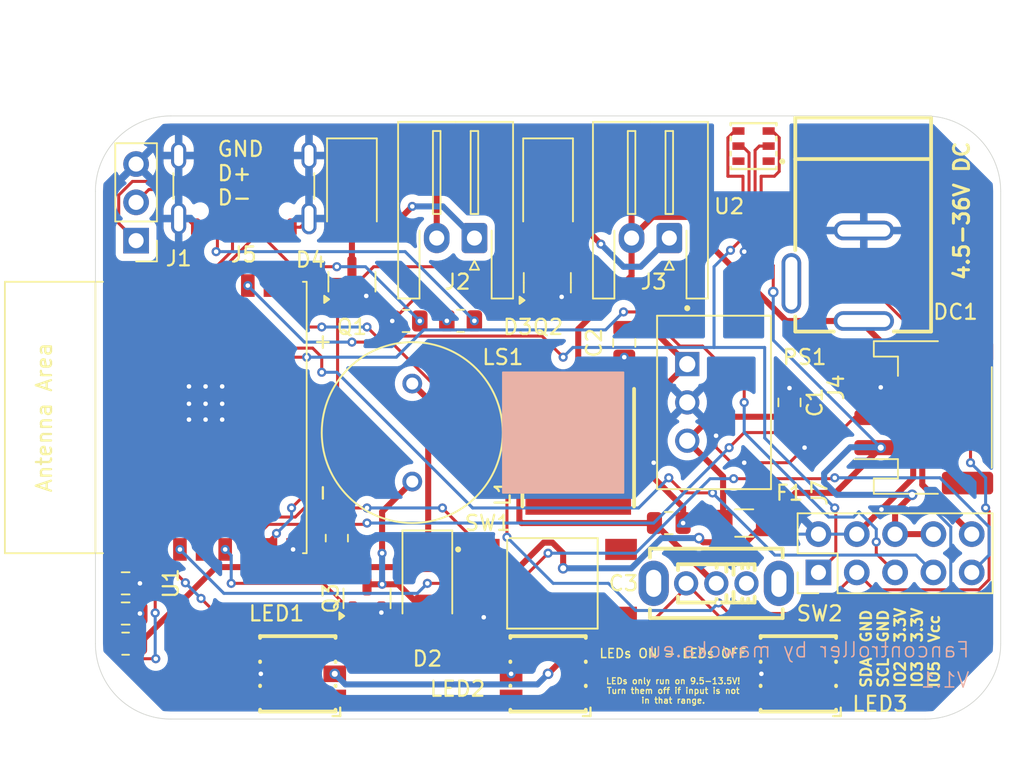
<source format=kicad_pcb>
(kicad_pcb (version 20241229) (generator "pcbnew") (generator_version "9.0")
  (title_block (rev "2"))
  (layers (0 "F.Cu" signal) (2 "B.Cu" signal) (13 "F.Paste" user) (15 "B.Paste" user) (5 "F.SilkS" user "F.Silkscreen") (7 "B.SilkS" user "B.Silkscreen") (1 "F.Mask" user) (3 "B.Mask" user) (25 "Edge.Cuts" user))
  (net 0 "")
  (net 1 "+3V3")
  (net 2 "Net-(D3-A)")
  (net 3 "+12V")
  (net 4 "Net-(D4-A)")
  (net 5 "Net-(LED1-DO)")
  (net 6 "/RBG_DATA")
  (net 8 "GND")
  (net 12 "Net-(LED2-DO)")
  (net 16 "/FAN1_PWM")
  (net 17 "/FAN2_PWM")
  (net 18 "/BUZZER_OUT")
  (net 19 "Net-(U1-EN{slash}CHIP_PU)")
  (net 22 "Net-(U1-GPIO6)")
  (net 23 "/TEMP_DATA")
  (net 24 "Net-(PS1-+VIN)")
  (net 25 "Net-(PS1-+VOUT)")
  (net 26 "/USB_D-")
  (net 27 "/USB_D+")
  (net 28 "Net-(J5-CC1)")
  (net 32 "Net-(J5-CC2)")
  (net 34 "Net-(D2-A)")
  (net 35 "Net-(LED1-VDD)")
  (net 36 "/GPIO3")
  (net 37 "/GPIO2")
  (net 38 "/I2C_SCL")
  (net 39 "/GPIO5")
  (net 40 "/I2C_SDA")
  (footprint "Capacitor_SMD:C_0805_2012Metric" (layer "F.Cu") (at 55.05 35.05 -90)
    (property "Reference" "C2")
    (property "Value" "10µF")
  )
  (footprint "Package_TO_SOT_SMD:SOT-23" (layer "F.Cu") (at 38 52 90)
    (property "Reference" "Q3")
    (property "Value" "2N7002")
  )
  (footprint "Connector_JST:JST_XH_S2B-XH-A-1_1x02_P2.50mm_Horizontal" (layer "F.Cu") (at 45.12 28.1 180)
    (property "Reference" "J2")
    (property "Value" "Fan1")
  )
  (footprint "Resistor_SMD:R_0805_2012Metric" (layer "F.Cu") (at 36 48 90)
    (property "Reference" "R2" (hide yes))
    (property "Value" "4k7Ω")
  )
  (footprint "Connector_PinHeader_2.54mm:PinHeader_1x03_P2.54mm_Vertical" (layer "F.Cu") (at 22.694589 28.270286 180)
    (property "Reference" "J1")
    (property "Value" "USB")
  )
  (footprint "VEML7700_TR:CONV_R-78K3.3-0.5" (layer "F.Cu") (at 61 39 -90)
    (property "Reference" "PS1")
    (property "Value" "R-78K3.3-0.5")
  )
  (footprint "easyeda2kicad:LED-SMD_6P-L5.0-W5.0-P1.60-LS5.4-BR" (layer "F.Cu") (at 66.5875 57)
    (property "Reference" "LED3")
    (property "Value" "WS2815B-V1")
  )
  (footprint "Capacitor_SMD:C_0805_2012Metric" (layer "F.Cu") (at 58 47)
    (property "Reference" "C3")
    (property "Value" "10µF")
  )
  (footprint "Connector_PinHeader_2.54mm:PinHeader_2x05_P2.54mm_Vertical" (layer "F.Cu") (at 67.92 50.275 90)
    (property "Reference" "J7")
    (property "Value" "Extension")
  )
  (footprint "Resistor_SMD:R_0805_2012Metric" (layer "F.Cu") (at 22 55 180)
    (property "Reference" "R1" (hide yes))
    (property "Value" "10kΩ")
  )
  (footprint "Diode_SMD:D_SMA" (layer "F.Cu") (at 37 25 -90)
    (property "Reference" "D4")
    (property "Value" "SS14")
  )
  (footprint "easyeda2kicad:DC-IN-TH_DC-5520-1" (layer "F.Cu") (at 68.525 30.6 -90)
    (property "Reference" "DC1")
    (property "Value" "DC-005 5.5-2.0MM")
  )
  (footprint "Diode_SMD:D_SMA" (layer "F.Cu") (at 50 25 -90)
    (property "Reference" "D3")
    (property "Value" "SS14")
  )
  (footprint "easyeda2kicad:LED-SMD_6P-L5.0-W5.0-P1.60-LS5.4-BR" (layer "F.Cu") (at 33.4125 57)
    (property "Reference" "LED1")
    (property "Value" "WS2815B-V1")
  )
  (footprint "Capacitor_SMD:C_0805_2012Metric" (layer "F.Cu") (at 22 51 180)
    (property "Reference" "C5" (hide yes))
    (property "Value" "10µF")
  )
  (footprint "Diode_SMD:D_SMA" (layer "F.Cu") (at 42 51 -90)
    (property "Reference" "D2")
    (property "Value" "SS14")
  )
  (footprint "Package_TO_SOT_SMD:SOT-23" (layer "F.Cu") (at 37 31 90)
    (property "Reference" "Q1")
    (property "Value" "2N7002")
  )
  (footprint "easyeda2kicad:SENSOR-SMD_L3.0-W3.0-P1.00-BR" (layer "F.Cu") (at 63.619 22)
    (property "Reference" "U2")
    (property "Value" "AHT20_C2757850")
  )
  (footprint "easyeda2kicad:IND-SMD_L7.8-W7.0-A" (layer "F.Cu") (at 52 42 -90)
    (property "Reference" "L1")
    (property "Value" "100µH")
  )
  (footprint "Package_TO_SOT_SMD:SOT-23" (layer "F.Cu") (at 49.95 31.0625 90)
    (property "Reference" "Q2")
    (property "Value" "2N7002")
  )
  (footprint "TS04-66-43-BK-100-SMT:SW_TS04-66-43-BK-100-SMT" (layer "F.Cu") (at 50.2875 51)
    (property "Reference" "SW1")
    (property "Value" "Action 1")
  )
  (footprint "Capacitor_SMD:C_0805_2012Metric" (layer "F.Cu") (at 66 39 -90)
    (property "Reference" "C1")
    (property "Value" "1nF")
  )
  (footprint "VEML7700_TR:CUI_CEM-1203_42_" (layer "F.Cu") (at 41 41 -90)
    (property "Reference" "LS1")
    (property "Value" "CEM-1203_42_")
  )
  (footprint "Connector_JST:JST_PH_S3B-PH-SM4-TB_1x03-1MP_P2.00mm_Horizontal" (layer "F.Cu") (at 74.9 40 90)
    (property "Reference" "J4")
    (property "Value" "Temp Sensor")
  )
  (footprint "Resistor_SMD:R_0805_2012Metric" (layer "F.Cu") (at 40.584847 33.598526 180)
    (property "Reference" "R3" (hide yes))
    (property "Value" "5k1Ω")
  )
  (footprint "Capacitor_SMD:C_0805_2012Metric" (layer "F.Cu") (at 22 53 180)
    (property "Reference" "C4" (hide yes))
    (property "Value" "0.1µF")
  )
  (footprint "Resistor_SMD:R_0805_2012Metric" (layer "F.Cu") (at 44.2032 33.589765)
    (property "Reference" "R4" (hide yes))
    (property "Value" "5k1Ω")
  )
  (footprint "easyeda2kicad:LED-SMD_6P-L5.0-W5.0-P1.60-LS5.4-BR" (layer "F.Cu") (at 50 57)
    (property "Reference" "LED2")
    (property "Value" "WS2815B-V1")
  )
  (footprint "PCM_Espressif:ESP32-C3-WROOM-02" (layer "F.Cu") (at 27 40 90)
    (property "Reference" "U1")
    (property "Value" "ESP32-C3-WROOM-02")
  )
  (footprint "Fuse:Fuse_1206_3216Metric" (layer "F.Cu") (at 63 47)
    (property "Reference" "F1")
    (property "Value" "Fuse")
  )
  (footprint "Connector_USB:USB_C_Receptacle_GCT_USB4105-xx-A_16P_TopMnt_Horizontal" (layer "F.Cu") (at 29.835 23.7 180)
    (property "Reference" "J5")
    (property "Value" "USB_C_Receptacle_USB2.0_14P")
  )
  (footprint "Connector_JST:JST_XH_S2B-XH-A-1_1x02_P2.50mm_Horizontal" (layer "F.Cu") (at 58.035 28.1 180)
    (property "Reference" "J3")
    (property "Value" "Fan2")
  )
  (footprint "easyeda2kicad:SW-TH_SS12D07VG4" (layer "F.Cu") (at 61.15 51 180)
    (property "Reference" "SW2")
    (property "Value" "SS12D07VG4 087")
  )
  (gr_rect (start 47 37) (end 55 45) (stroke (width 0.1)) (fill yes) (layer "B.SilkS"))
  (gr_line (start 75 20) (end 25 20) (stroke (width 0.05)) (layer "Edge.Cuts"))
  (gr_arc (start 25 60) (mid 21.464466 58.535534) (end 20 55) (stroke (width 0.05)) (layer "Edge.Cuts"))
  (gr_arc (start 80 55) (mid 78.535534 58.535534) (end 75 60) (stroke (width 0.05)) (layer "Edge.Cuts"))
  (gr_arc (start 20 25) (mid 21.464466 21.464466) (end 25 20) (stroke (width 0.05)) (layer "Edge.Cuts"))
  (gr_line (start 80 25) (end 80 55) (stroke (width 0.05)) (layer "Edge.Cuts"))
  (gr_line (start 20 55) (end 20 25) (stroke (width 0.05)) (layer "Edge.Cuts"))
  (gr_line (start 75 60) (end 25 60) (stroke (width 0.05)) (layer "Edge.Cuts"))
  (gr_arc (start 75 20) (mid 78.535534 21.464466) (end 80 25) (stroke (width 0.05)) (layer "Edge.Cuts"))
  (gr_text "SDA\nSCL\nIO2\nIO3\nIO5" (at 76 58 90) (layer "F.SilkS") (effects (font (size 0.7 0.7) (thickness 0.15) (bold yes)) (justify left bottom)))
  (gr_text "LEDs ON - LEDs OFF" (at 53.346608 56 0) (layer "F.SilkS") (effects (font (size 0.6 0.6) (thickness 0.1)) (justify left bottom)))
  (gr_text "LEDs only run on 9.5-13.5V!\nTurn them off if input is not\nin that range." (at 58.29375 59 0) (layer "F.SilkS") (effects (font (size 0.4 0.4) (thickness 0.08) (bold yes)) (justify bottom)))
  (gr_text "4.5-36V DC" (at 78 31 90) (layer "F.SilkS") (effects (font (size 1 1) (thickness 0.2) (bold yes)) (justify left bottom)))
  (gr_text "GND\nD+\nD-" (at 28 26 0) (layer "F.SilkS") (effects (font (size 1 1)) (justify left bottom)))
  (gr_text "GND\nGND\n3.3V\n3.3V\nVcc" (at 76 55 90) (layer "F.SilkS") (effects (font (size 0.7 0.7) (thickness 0.15) (bold yes)) (justify left bottom)))
  (gr_text "V1.1" (at 78 58 0) (layer "B.SilkS") (effects (font (size 1 1) (thickness 0.1)) (justify left bottom mirror)))
  (gr_text "Fancontroller by mawoka.eu" (at 78 56 0) (layer "B.SilkS") (effects (font (size 1 1) (thickness 0.1)) (justify left bottom mirror)))
  (segment (start 22.9125 54.8625) (end 21.05 53) (width 0.4) (layer "F.Cu") (net 1))
  (segment (start 64 29) (end 63.721 28.721) (width 0.2) (layer "F.Cu") (net 1))
  (segment (start 50.290364 48.299) (end 49.709636 48.299) (width 0.4) (layer "F.Cu") (net 1))
  (segment (start 73 47.735) (end 75.54 47.735) (width 0.4) (layer "F.Cu") (net 1))
  (segment (start 21.05 51) (end 21.05 48.8) (width 0.4) (layer "F.Cu") (net 1))
  (segment (start 63.124 48.276) (end 60.276 48.276) (width 0.4) (layer "F.Cu") (net 1))
  (segment (start 64 29) (end 64.925 29.925) (width 0.2) (layer "F.Cu") (net 1))
  (segment (start 27.9885 49.924) (end 36 49.924) (width 0.4) (layer "F.Cu") (net 1))
  (segment (start 22.9125 55) (end 22.9125 54.8625) (width 0.4) (layer "F.Cu") (net 1))
  (segment (start 64.925 29.925) (end 64.925 31.675679) (width 0.2) (layer "F.Cu") (net 1))
  (segment (start 49.709636 48.299) (end 48.157636 49.851) (width 0.4) (layer "F.Cu") (net 1))
  (segment (start 36 49.924) (end 41.076 49.924) (width 0.4) (layer "F.Cu") (net 1))
  (segment (start 64.4 47) (end 66.4 45) (width 0.4) (layer "F.Cu") (net 1))
  (segment (start 48.157636 49.851) (end 42.851 49.851) (width 0.4) (layer "F.Cu") (net 1))
  (segment (start 60.276 48.276) (end 60 48) (width 0.4) (layer "F.Cu") (net 1))
  (segment (start 73 46.255662) (end 74.127831 45.127831) (width 0.4) (layer "F.Cu") (net 1))
  (segment (start 69.05 45) (end 72.05 42) (width 0.4) (layer "F.Cu") (net 1))
  (segment (start 73 47.735) (end 73 46.255662) (width 0.4) (layer "F.Cu") (net 1))
  (segment (start 42.055 48.945) (end 42.055 38.805) (width 0.4) (layer "F.Cu") (net 1))
  (segment (start 42.851 49.851) (end 42 49) (width 0.4) (layer "F.Cu") (net 1))
  (segment (start 64.4 47) (end 63.124 48.276) (width 0.4) (layer "F.Cu") (net 1))
  (segment (start 63.721 22.279) (end 64 22) (width 0.2) (layer "F.Cu") (net 1))
  (segment (start 42.055 38.805) (end 41 37.75) (width 0.4) (layer "F.Cu") (net 1))
  (segment (start 22.9125 55) (end 27.9885 49.924) (width 0.4) (layer "F.Cu") (net 1))
  (segment (start 36 48.9125) (end 36 49.924) (width 0.4) (layer "F.Cu") (net 1))
  (segment (start 21.05 53) (end 21.05 51) (width 0.4) (layer "F.Cu") (net 1))
  (segment (start 63.721 28.721) (end 63.721 22.279) (width 0.2) (layer "F.Cu") (net 1))
  (segment (start 64 22) (end 64.619 22) (width 0.2) (layer "F.Cu") (net 1))
  (segment (start 66.4 45) (end 69.05 45) (width 0.4) (layer "F.Cu") (net 1))
  (segment (start 51 50) (end 51 49.008636) (width 0.4) (layer "F.Cu") (net 1))
  (segment (start 42 49) (end 42.055 48.945) (width 0.4) (layer "F.Cu") (net 1))
  (segment (start 21.05 48.8) (end 21.1 48.75) (width 0.4) (layer "F.Cu") (net 1))
  (segment (start 51 49.008636) (end 50.290364 48.299) (width 0.4) (layer "F.Cu") (net 1))
  (via (at 64.925 31.675679) (size 0.7) (drill 0.4) (layers "F.Cu" "B.Cu") (net 1))
  (via (at 51 50) (size 0.7) (drill 0.4) (layers "F.Cu" "B.Cu") (net 1))
  (via (at 60 48) (size 0.7) (drill 0.4) (layers "F.Cu" "B.Cu") (net 1))
  (via (at 72.05 42) (size 0.7) (drill 0.4) (layers "F.Cu" "B.Cu") (net 1))
  (via (at 74.127831 45.127831) (size 0.7) (drill 0.4) (layers "F.Cu" "B.Cu") (net 1))
  (segment (start 55.518687 50) (end 51 50) (width 0.4) (layer "B.Cu") (net 1))
  (segment (start 60 48) (end 57.518687 48) (width 0.4) (layer "B.Cu") (net 1))
  (segment (start 68.299 44.290364) (end 68.299 43.709636) (width 0.4) (layer "B.Cu") (net 1))
  (segment (start 74.127831 45.127831) (end 69.136467 45.127831) (width 0.4) (layer "B.Cu") (net 1))
  (segment (start 57.518687 48) (end 55.518687 50) (width 0.4) (layer "B.Cu") (net 1))
  (segment (start 64.925 34.875) (end 72.025 41.975) (width 0.2) (layer "B.Cu") (net 1))
  (segment (start 70.033636 41.975) (end 72.025 41.975) (width 0.4) (layer "B.Cu") (net 1))
  (segment (start 68.299 43.709636) (end 70.033636 41.975) (width 0.4) (layer "B.Cu") (net 1))
  (segment (start 69.136467 45.127831) (end 68.299 44.290364) (width 0.4) (layer "B.Cu") (net 1))
  (segment (start 64.925 31.675679) (end 64.925 34.875) (width 0.2) (layer "B.Cu") (net 1))
  (segment (start 72.025 41.975) (end 72.05 42) (width 0.2) (layer "B.Cu") (net 1))
  (segment (start 49.95 30.125) (end 49.95 27.05) (width 0.4) (layer "F.Cu") (net 2))
  (segment (start 53.5 28.5) (end 52 27) (width 0.4) (layer "F.Cu") (net 2))
  (segment (start 52 27) (end 50 27) (width 0.4) (layer "F.Cu") (net 2))
  (segment (start 49.95 27.05) (end 50 27) (width 0.4) (layer "F.Cu") (net 2))
  (via (at 53.5 28.5) (size 0.6) (drill 0.3) (layers "F.Cu" "B.Cu") (net 2))
  (segment (start 56.135 30) (end 58.035 28.1) (width 0.4) (layer "B.Cu") (net 2))
  (segment (start 53.5 28.5) (end 55 30) (width 0.4) (layer "B.Cu") (net 2))
  (segment (start 55 30) (end 56.135 30) (width 0.4) (layer "B.Cu") (net 2))
  (segment (start 60.699 28.510338) (end 65.788662 33.6) (width 0.4) (layer "F.Cu") (net 3))
  (segment (start 50.25 39.3) (end 52 39.3) (width 0.4) (layer "F.Cu") (net 3))
  (segment (start 52.935 23) (end 50 23) (width 0.4) (layer "F.Cu") (net 3))
  (segment (start 52 34.135) (end 52 39.3) (width 0.4) (layer "F.Cu") (net 3))
  (segment (start 57.05 47) (end 48.248 47) (width 0.4) (layer "F.Cu") (net 3))
  (segment (start 42.62 23.38) (end 43 23) (width 0.4) (layer "F.Cu") (net 3))
  (segment (start 48.099 46.851) (end 48.099 41.451) (width 0.4) (layer "F.Cu") (net 3))
  (segment (start 50 23) (end 43 23) (width 0.4) (layer "F.Cu") (net 3))
  (segment (start 42.62 28.1) (end 42.62 23.38) (width 0.4) (layer "F.Cu") (net 3))
  (segment (start 61.05 51) (end 61.15 51) (width 0.4) (layer "F.Cu") (net 3))
  (segment (start 60.699 26.699) (end 60.699 28.510338) (width 0.4) (layer "F.Cu") (net 3))
  (segment (start 65.788662 33.6) (end 70.925 33.6) (width 0.4) (layer "F.Cu") (net 3))
  (segment (start 55.535 28.1) (end 55.535 25.6) (width 0.4) (layer "F.Cu") (net 3))
  (segment (start 55.535 30.6) (end 55.535 28.1) (width 0.4) (layer "F.Cu") (net 3))
  (segment (start 78.08 47.735) (end 74.802 44.457) (width 0.4) (layer "F.Cu") (net 3))
  (segment (start 43 23) (end 37 23) (width 0.4) (layer "F.Cu") (net 3))
  (segment (start 74.802 44.457) (end 74.802 37.71252) (width 0.4) (layer "F.Cu") (net 3))
  (segment (start 55.535 25.6) (end 52.935 23) (width 0.4) (layer "F.Cu") (net 3))
  (segment (start 56.936 26.699) (end 55.535 28.1) (width 0.4) (layer "F.Cu") (net 3))
  (segment (start 74.802 37.71252) (end 70.925 33.83552) (width 0.4) (layer "F.Cu") (net 3))
  (segment (start 57.05 47) (end 61.05 51) (width 0.4) (layer "F.Cu") (net 3))
  (segment (start 48.099 41.451) (end 50.25 39.3) (width 0.4) (layer "F.Cu") (net 3))
  (segment (start 56.936 26.699) (end 60.699 26.699) (width 0.4) (layer "F.Cu") (net 3))
  (segment (start 48.248 47) (end 48.099 46.851) (width 0.4) (layer "F.Cu") (net 3))
  (segment (start 70.925 33.83552) (end 70.925 33.6) (width 0.4) (layer "F.Cu") (net 3))
  (segment (start 52 34.135) (end 55.535 30.6) (width 0.4) (layer "F.Cu") (net 3))
  (segment (start 45.12 28.1) (end 45.12 27.88) (width 0.4) (layer "F.Cu") (net 4))
  (segment (start 37 30.0625) (end 37 27) (width 0.4) (layer "F.Cu") (net 4))
  (segment (start 37 27) (end 40 27) (width 0.4) (layer "F.Cu") (net 4))
  (segment (start 40 27) (end 41 26) (width 0.4) (layer "F.Cu") (net 4))
  (via (at 41 26) (size 0.6) (drill 0.3) (layers "F.Cu" "B.Cu") (net 4))
  (segment (start 41 26) (end 43.02 26) (width 0.4) (layer "B.Cu") (net 4))
  (segment (start 43.02 26) (end 45.12 28.1) (width 0.4) (layer "B.Cu") (net 4))
  (segment (start 35.8625 55.4) (end 47.55 55.4) (width 0.2) (layer "F.Cu") (net 5))
  (segment (start 30.9625 55.4) (end 30.4 55.4) (width 0.2) (layer "F.Cu") (net 6))
  (segment (start 30.4 55.4) (end 27 52) (width 0.2) (layer "F.Cu") (net 6))
  (segment (start 24.1 49.1) (end 24.1 48.75) (width 0.2) (layer "F.Cu") (net 6))
  (segment (start 25.961275 50.961275) (end 24.1 49.1) (width 0.2) (layer "F.Cu") (net 6))
  (via (at 27 52) (size 0.6) (drill 0.3) (layers "F.Cu" "B.Cu") (net 6))
  (via (at 25.961275 50.961275) (size 0.6) (drill 0.3) (layers "F.Cu" "B.Cu") (net 6))
  (segment (start 27 52) (end 25.961275 50.961275) (width 0.2) (layer "B.Cu") (net 6))
  (segment (start 72.0975 46.0975) (end 74.201 43.994) (width 0.4) (layer "F.Cu") (net 8))
  (segment (start 58.95 45.95) (end 57 44) (width 0.4) (layer "F.Cu") (net 8))
  (segment (start 25.515 26.805) (end 26.06 26.805) (width 0.2) (layer "F.Cu") (net 8))
  (segment (start 57 44) (end 57 43) (width 0.4) (layer "F.Cu") (net 8))
  (segment (start 41.270873 32) (end 39.672347 33.598526) (width 0.2) (layer "F.Cu") (net 8))
  (segment (start 33.58 27.38) (end 34.155 26.805) (width 0.2) (layer "F.Cu") (net 8))
  (segment (start 61.134318 41.208987) (end 61.134318 41.984261) (width 0.2) (layer "F.Cu") (net 8))
  (segment (start 63 43) (end 66 43) (width 0.2) (layer "F.Cu") (net 8))
  (segment (start 63.32 22.449) (end 63.32 28.68) (width 0.2) (layer "F.Cu") (net 8))
  (segment (start 70.46 47.735) (end 72.0975 46.0975) (width 0.4) (layer "F.Cu") (net 8))
  (segment (start 43.2907 33.589765) (end 41.700935 32) (width 0.2) (layer "F.Cu") (net 8))
  (segment (start 62.619 22) (end 62.871 22) (width 0.2) (layer "F.Cu") (net 8))
  (segment (start 66 43) (end 67 42) (width 0.2) (layer "F.Cu") (net 8))
  (segment (start 63.32 28.68) (end 63 29) (width 0.2) (layer "F.Cu") (net 8))
  (segment (start 74.201 43.994) (end 74.201 39.201) (width 0.4) (layer "F.Cu") (net 8))
  (segment (start 33.035 27.38) (end 33.58 27.38) (width 0.2) (layer "F.Cu") (net 8))
  (segment (start 74.201 39.201) (end 73 38) (width 0.4) (layer "F.Cu") (net 8))
  (segment (start 62.871 22) (end 63.32 22.449) (width 0.2) (layer "F.Cu") (net 8))
  (segment (start 26.06 26.805) (end 26.635 27.38) (width 0.2) (layer "F.Cu") (net 8))
  (segment (start 58.95 47) (end 58.95 45.95) (width 0.4) (layer "F.Cu") (net 8))
  (segment (start 62.150057 43) (end 63 43) (width 0.2) (layer "F.Cu") (net 8))
  (segment (start 41.700935 32) (end 41.270873 32) (width 0.2) (layer "F.Cu") (net 8))
  (segment (start 73 38) (end 72.05 38) (width 0.4) (layer "F.Cu") (net 8))
  (segment (start 61.134318 41.984261) (end 62.150057 43) (width 0.2) (layer "F.Cu") (net 8))
  (via (at 22.95 51) (size 0.6) (drill 0.3) (layers "F.Cu" "B.Cu") (net 8))
  (via (at 38.95 52.9375) (size 0.6) (drill 0.3) (layers "F.Cu" "B.Cu") (net 8))
  (via (at 50.9 32) (size 0.6) (drill 0.3) (layers "F.Cu" "B.Cu") (net 8))
  (via (at 63 43) (size 0.6) (drill 0.3) (layers "F.Cu" "B.Cu") (net 8))
  (via (at 28.4 37.94) (size 0.6) (drill 0.3) (layers "F.Cu" "B.Cu") (net 8))
  (via (at 61.134318 41.208987) (size 0.6) (drill 0.3) (layers "F.Cu" "B.Cu") (net 8))
  (via (at 72.0975 46.0975) (size 0.6) (drill 0.3) (layers "F.Cu" "B.Cu") (net 8))
  (via (at 55.05 36) (size 0.6) (drill 0.3) (layers "F.Cu" "B.Cu") (net 8))
  (via (at 37.95 31.9375) (size 0.6) (drill 0.3) (layers "F.Cu" "B.Cu") (net 8))
  (via (at 26.2 39.09) (size 0.6) (drill 0.3) (layers "F.Cu" "B.Cu") (net 8))
  (via (at 27.3 40.14) (size 0.6) (drill 0.3) (layers "F.Cu" "B.Cu") (net 8))
  (via (at 28.4 39.09) (size 0.6) (drill 0.3) (layers "F.Cu" "B.Cu") (net 8))
  (via (at 67 42) (size 0.6) (drill 0.3) (layers "F.Cu" "B.Cu") (net 8))
  (via (at 27.3 37.94) (size 0.6) (drill 0.3) (layers "F.Cu" "B.Cu") (net 8))
  (via (at 64.1375 57) (size 0.6) (drill 0.3) (layers "F.Cu" "B.Cu") (net 8))
  (via (at 26.2 37.94) (size 0.6) (drill 0.3) (layers "F.Cu" "B.Cu") (net 8))
  (via (at 28.4 40.14) (size 0.6) (drill 0.3) (layers "F.Cu" "B.Cu") (net 8))
  (via (at 33.1 48.75) (size 0.6) (drill 0.3) (layers "F.Cu" "B.Cu") (net 8))
  (via (at 45.7375 53.25) (size 0.6) (drill 0.3) (layers "F.Cu" "B.Cu") (net 8))
  (via (at 57 43) (size 0.6) (drill 0.3) (layers "F.Cu" "B.Cu") (net 8))
  (via (at 26.2 40.14) (size 0.6) (drill 0.3) (layers "F.Cu" "B.Cu") (net 8))
  (via (at 22.95 53) (size 0.6) (drill 0.3) (layers "F.Cu" "B.Cu") (net 8))
  (via (at 30.9625 57) (size 0.6) (drill 0.3) (layers "F.Cu" "B.Cu") (net 8))
  (via (at 43.2907 33.589765) (size 0.6) (drill 0.3) (layers "F.Cu" "B.Cu") (net 8))
  (via (at 39.672347 33.598526) (size 0.6) (drill 0.3) (layers "F.Cu" "B.Cu") (net 8))
  (via (at 72.05 38) (size 0.6) (drill 0.3) (layers "F.Cu" "B.Cu") (net 8))
  (via (at 47.55 57) (size 0.6) (drill 0.3) (layers "F.Cu" "B.Cu") (net 8))
  (via (at 66 38.05) (size 0.6) (drill 0.3) (layers "F.Cu" "B.Cu") (net 8))
  (via (at 58.95 47) (size 0.6) (drill 0.3) (layers "F.Cu" "B.Cu") (net 8))
  (via (at 63 29) (size 0.6) (drill 0.3) (layers "F.Cu" "B.Cu") (net 8))
  (via (at 27.3 39.09) (size 0.6) (drill 0.3) (layers "F.Cu" "B.Cu") (net 8))
  (segment (start 76.691 47.25824) (end 75.43276 46) (width 0.2) (layer "B.Cu") (net 8))
  (segment (start 75 55) (end 76.691 53.309) (width 0.2) (layer "B.Cu") (net 8))
  (segment (start 75.43276 46) (end 74 46) (width 0.2) (layer "B.Cu") (net 8))
  (segment (start 66.265 47.735) (end 66 48) (width 0.2) (layer "B.Cu") (net 8))
  (segment (start 67.92 47.735) (end 70.46 47.735) (width 0.2) (layer "B.Cu") (net 8))
  (segment (start 67.92 47.735) (end 66.265 47.735) (width 0.2) (layer "B.Cu") (net 8))
  (segment (start 76.691 53.309) (end 76.691 47.25824) (width 0.2) (layer "B.Cu") (net 8))
  (segment (start 52.45 55.4) (end 64.1375 55.4) (width 0.2) (layer "F.Cu") (net 12))
  (segment (start 31.6 48.0875) (end 32 47.6875) (width 0.2) (layer "F.Cu") (net 16))
  (segment (start 31.6 48.75) (end 31.6 48.0875) (width 0.2) (layer "F.Cu") (net 16))
  (segment (start 36.05 42.95) (end 36.05 31.9375) (width 0.2) (layer "F.Cu") (net 16))
  (segment (start 33 46) (end 36.05 42.95) (width 0.2) (layer "F.Cu") (net 16))
  (via (at 33 46) (size 0.6) (drill 0.3) (layers "F.Cu" "B.Cu") (net 16))
  (via (at 32 47.6875) (size 0.6) (drill 0.3) (layers "F.Cu" "B.Cu") (net 16))
  (segment (start 33 46.6875) (end 33 46) (width 0.2) (layer "B.Cu") (net 16))
  (segment (start 32 47.6875) (end 33 46.6875) (width 0.2) (layer "B.Cu") (net 16))
  (segment (start 38.441968 30) (end 47 30) (width 0.2) (layer "F.Cu") (net 17))
  (segment (start 33.1 31.25) (end 33.509032 30.840968) (width 0.2) (layer "F.Cu") (net 17))
  (segment (start 36.399 30.840968) (end 36.659032 31.101) (width 0.2) (layer "F.Cu") (net 17))
  (segment (start 47 30) (end 49 32) (width 0.2) (layer "F.Cu") (net 17))
  (segment (start 37.340968 31.101) (end 38.441968 30) (width 0.2) (layer "F.Cu") (net 17))
  (segment (start 36.659032 31.101) (end 37.340968 31.101) (width 0.2) (layer "F.Cu") (net 17))
  (segment (start 33.509032 30.840968) (end 36.399 30.840968) (width 0.2) (layer "F.Cu") (net 17))
  (segment (start 37.05 52.9375) (end 35.1125 51) (width 0.2) (layer "F.Cu") (net 18))
  (segment (start 35.1125 51) (end 29 51) (width 0.2) (layer "F.Cu") (net 18))
  (via (at 28.6 48.75) (size 0.6) (drill 0.3) (layers "F.Cu" "B.Cu") (net 18))
  (via (at 29 51) (size 0.6) (drill 0.3) (layers "F.Cu" "B.Cu") (net 18))
  (segment (start 29 49.15) (end 28.6 48.75) (width 0.2) (layer "B.Cu") (net 18))
  (segment (start 29 51) (end 29 49.15) (width 0.2) (layer "B.Cu") (net 18))
  (segment (start 22.0875 56) (end 21.0875 55) (width 0.2) (layer "F.Cu") (net 19))
  (segment (start 23.961275 49.986725) (end 23.961275 52.961275) (width 0.2) (layer "F.Cu") (net 19))
  (segment (start 22.874 49.974) (end 23.94855 49.974) (width 0.2) (layer "F.Cu") (net 19))
  (segment (start 23.94855 49.974) (end 23.961275 49.986725) (width 0.2) (layer "F.Cu") (net 19))
  (segment (start 22.6 49.7) (end 22.874 49.974) (width 0.2) (layer "F.Cu") (net 19))
  (segment (start 22.6 48.75) (end 22.6 49.7) (width 0.2) (layer "F.Cu") (net 19))
  (segment (start 24 56) (end 22.0875 56) (width 0.2) (layer "F.Cu") (net 19))
  (via (at 23.961275 52.961275) (size 0.6) (drill 0.3) (layers "F.Cu" "B.Cu") (net 19))
  (via (at 24 56) (size 0.6) (drill 0.3) (layers "F.Cu" "B.Cu") (net 19))
  (segment (start 23.961275 52.961275) (end 23.961275 55.961275) (width 0.2) (layer "B.Cu") (net 19))
  (segment (start 23.961275 55.961275) (end 24 56) (width 0.2) (layer "B.Cu") (net 19))
  (segment (start 43 46.0125) (end 43 46) (width 0.2) (layer "F.Cu") (net 22))
  (segment (start 28.949 46.601) (end 27.1 48.45) (width 0.2) (layer "F.Cu") (net 22))
  (segment (start 45.7375 48.75) (end 43 46.0125) (width 0.2) (layer "F.Cu") (net 22))
  (segment (start 38 46) (end 33.849943 46) (width 0.2) (layer "F.Cu") (net 22))
  (segment (start 27.1 48.45) (end 27.1 48.75) (width 0.2) (layer "F.Cu") (net 22))
  (segment (start 33.248943 46.601) (end 28.949 46.601) (width 0.2) (layer "F.Cu") (net 22))
  (segment (start 33.849943 46) (end 33.248943 46.601) (width 0.2) (layer "F.Cu") (net 22))
  (via (at 38 46) (size 0.6) (drill 0.3) (layers "F.Cu" "B.Cu") (net 22))
  (via (at 43 46) (size 0.6) (drill 0.3) (layers "F.Cu" "B.Cu") (net 22))
  (segment (start 43 46) (end 38 46) (width 0.2) (layer "B.Cu") (net 22))
  (segment (start 72.05 40) (end 70.3 40) (width 0.2) (layer "F.Cu") (net 23))
  (segment (start 36 47.0875) (end 31.4605 47.0875) (width 0.2) (layer "F.Cu") (net 23))
  (segment (start 31.4605 47.0875) (end 30.1 48.448) (width 0.2) (layer "F.Cu") (net 23))
  (segment (start 30.1 48.448) (end 30.1 48.75) (width 0.2) (layer "F.Cu") (net 23))
  (segment (start 63 41) (end 62 42) (width 0.2) (layer "F.Cu") (net 23))
  (segment (start 69.3 41) (end 63 41) (width 0.2) (layer "F.Cu") (net 23))
  (segment (start 37.9125 47.0875) (end 36 47.0875) (width 0.2) (layer "F.Cu") (net 23))
  (segment (start 38 47) (end 37.9125 47.0875) (width 0.2) (layer "F.Cu") (net 23))
  (segment (start 70.3 40) (end 69.3 41) (width 0.2) (layer "F.Cu") (net 23))
  (via (at 38 47) (size 0.6) (drill 0.3) (layers "F.Cu" "B.Cu") (net 23))
  (via (at 62 42) (size 0.6) (drill 0.3) (layers "F.Cu" "B.Cu") (net 23))
  (segment (start 62 42) (end 57 47) (width 0.2) (layer "B.Cu") (net 23))
  (segment (start 57 47) (end 38 47) (width 0.2) (layer "B.Cu") (net 23))
  (segment (start 52.878585 44.7) (end 57 40.578585) (width 0.4) (layer "F.Cu") (net 24))
  (segment (start 52 44.7) (end 52.878585 44.7) (width 0.4) (layer "F.Cu") (net 24))
  (segment (start 57 40.578585) (end 57 38.685) (width 0.4) (layer "F.Cu") (net 24))
  (segment (start 55.05 34.1) (end 56.865 34.1) (width 0.4) (layer "F.Cu") (net 24))
  (segment (start 57 38.685) (end 59.225 36.46) (width 0.4) (layer "F.Cu") (net 24))
  (segment (start 56.865 34.1) (end 59.225 36.46) (width 0.4) (layer "F.Cu") (net 24))
  (segment (start 66 39.95) (end 60.815 39.95) (width 0.4) (layer "F.Cu") (net 25))
  (segment (start 61.6 43.915) (end 61.6 47) (width 0.4) (layer "F.Cu") (net 25))
  (segment (start 59.225 41.54) (end 61.6 43.915) (width 0.4) (layer "F.Cu") (net 25))
  (segment (start 60.815 39.95) (end 59.225 41.54) (width 0.4) (layer "F.Cu") (net 25))
  (segment (start 22.694589 28.270286) (end 21.543589 27.119286) (width 0.2) (layer "F.Cu") (net 26))
  (segment (start 29.585 27.988824) (end 29.852176 28.256) (width 0.2) (layer "F.Cu") (net 26))
  (segment (start 30.585 27.988824) (end 30.585 27.38) (width 0.2) (layer "F.Cu") (net 26))
  (segment (start 21.543589 27.119286) (end 21.543589 25.253526) (width 0.2) (layer "F.Cu") (net 26))
  (segment (start 21.543589 25.253526) (end 22.455829 24.341286) (width 0.2) (layer "F.Cu") (net 26))
  (segment (start 28.6 29.973824) (end 28.6 31.25) (width 0.2) (layer "F.Cu") (net 26))
  (segment (start 29.585 27.38) (end 29.585 27.988824) (width 0.2) (layer "F.Cu") (net 26))
  (segment (start 29.852176 28.256) (end 30.317824 28.256) (width 0.2) (layer "F.Cu") (net 26))
  (segment (start 28.22221 24.341286) (end 30.585 26.704076) (width 0.2) (layer "F.Cu") (net 26))
  (segment (start 30.317824 28.256) (end 28.6 29.973824) (width 0.2) (layer "F.Cu") (net 26))
  (segment (start 30.317824 28.256) (end 30.585 27.988824) (width 0.2) (layer "F.Cu") (net 26))
  (segment (start 30.585 26.704076) (end 30.585 27.38) (width 0.2) (layer "F.Cu") (net 26))
  (segment (start 22.455829 24.341286) (end 28.22221 24.341286) (width 0.2) (layer "F.Cu") (net 26))
  (segment (start 27.19411 24.880286) (end 29.085 26.771176) (width 0.2) (layer "F.Cu") (net 27))
  (segment (start 29.085 26.771176) (end 29.085 27.38) (width 0.2) (layer "F.Cu") (net 27))
  (segment (start 30.085 27.38) (end 30.085 27.855) (width 0.2) (layer "F.Cu") (net 27))
  (segment (start 23.544589 24.880286) (end 27.19411 24.880286) (width 0.2) (layer "F.Cu") (net 27))
  (segment (start 29.817824 26.504) (end 30.085 26.771176) (width 0.2) (layer "F.Cu") (net 27))
  (segment (start 29.085 27.38) (end 29.085 28.915) (width 0.2) (layer "F.Cu") (net 27))
  (segment (start 29.352176 26.504) (end 29.817824 26.504) (width 0.2) (layer "F.Cu") (net 27))
  (segment (start 30.085 26.771176) (end 30.085 27.38) (width 0.2) (layer "F.Cu") (net 27))
  (segment (start 22.694589 25.730286) (end 23.544589 24.880286) (width 0.2) (layer "F.Cu") (net 27))
  (segment (start 29.085 26.771176) (end 29.352176 26.504) (width 0.2) (layer "F.Cu") (net 27))
  (segment (start 29.085 28.915) (end 27.1 30.9) (width 0.2) (layer "F.Cu") (net 27))
  (segment (start 27.1 30.9) (end 27.1 31.25) (width 0.2) (layer "F.Cu") (net 27))
  (segment (start 31.085 27.38) (end 31.085 27.988824) (width 0.2) (layer "F.Cu") (net 28))
  (segment (start 33.096176 30) (end 36 30) (width 0.2) (layer "F.Cu") (net 28))
  (segment (start 31.085 27.988824) (end 33.096176 30) (width 0.2) (layer "F.Cu") (net 28))
  (via (at 41.497347 33.598526) (size 0.6) (drill 0.3) (layers "F.Cu" "B.Cu") (net 28))
  (via (at 36 30) (size 0.6) (drill 0.3) (layers "F.Cu" "B.Cu") (net 28))
  (segment (start 37.898821 30) (end 41.497347 33.598526) (width 0.2) (layer "B.Cu") (net 28))
  (segment (start 36 30) (end 37.898821 30) (width 0.2) (layer "B.Cu") (net 28))
  (segment (start 28.085 27.38) (end 28.085 28.915) (width 0.2) (layer "F.Cu") (net 32))
  (segment (start 28.085 28.915) (end 28 29) (width 0.2) (layer "F.Cu") (net 32))
  (via (at 45.1157 33.589765) (size 0.6) (drill 0.3) (layers "F.Cu" "B.Cu") (net 32))
  (via (at 28 29) (size 0.6) (drill 0.3) (layers "F.Cu" "B.Cu") (net 32))
  (segment (start 40.525935 29) (end 45.1157 33.589765) (width 0.2) (layer "B.Cu") (net 32))
  (segment (start 28 29) (end 40.525935 29) (width 0.2) (layer "B.Cu") (net 32))
  (segment (start 39 51.0625) (end 38 51.0625) (width 0.4) (layer "F.Cu") (net 34))
  (segment (start 39 46.25) (end 39 49) (width 0.4) (layer "F.Cu") (net 34))
  (segment (start 41 44.25) (end 39 46.25) (width 0.4) (layer "F.Cu") (net 34))
  (segment (start 42 53) (end 40.0625 51.0625) (width 0.4) (layer "F.Cu") (net 34))
  (segment (start 40.0625 51.0625) (end 39 51.0625) (width 0.4) (layer "F.Cu") (net 34))
  (via (at 39 51.0625) (size 0.6) (drill 0.3) (layers "F.Cu" "B.Cu") (net 34))
  (via (at 39 49) (size 0.6) (drill 0.3) (layers "F.Cu" "B.Cu") (net 34))
  (segment (start 39 49) (end 39 51.0625) (width 0.4) (layer "B.Cu") (net 34))
  (segment (start 51 56) (end 50 57) (width 0.4) (layer "F.Cu") (net 35))
  (segment (start 66.3865 54.549) (end 68.8375 57) (width 0.2) (layer "F.Cu") (net 35))
  (segment (start 51.299 56.999) (end 51.3 57) (width 0.4) (layer "F.Cu") (net 35))
  (segment (start 51.299 54.649) (end 51.299 56) (width 0.2) (layer "F.Cu") (net 35))
  (segment (start 51.299 56) (end 51.299 56.999) (width 0.4) (layer "F.Cu") (net 35))
  (segment (start 35.8625 57) (end 36 57) (width 0.4) (layer "F.Cu") (net 35))
  (segment (start 62.699 54.549) (end 66.3865 54.549) (width 0.2) (layer "F.Cu") (net 35))
  (segment (start 51.3 57) (end 52.45 57) (width 0.4) (layer "F.Cu") (net 35))
  (segment (start 51.299 56) (end 51 56) (width 0.4) (layer "F.Cu") (net 35))
  (segment (start 59.15 51) (end 59.15 51.2895) (width 0.2) (layer "F.Cu") (net 35))
  (segment (start 68.8375 57) (end 69.0375 57) (width 0.2) (layer "F.Cu") (net 35))
  (segment (start 59.15 51) (end 62.699 54.549) (width 0.2) (layer "F.Cu") (net 35))
  (segment (start 56.1885 54.251) (end 51.697 54.251) (width 0.2) (layer "F.Cu") (net 35))
  (segment (start 51.697 54.251) (end 51.299 54.649) (width 0.2) (layer "F.Cu") (net 35))
  (segment (start 59.15 51.2895) (end 56.1885 54.251) (width 0.2) (layer "F.Cu") (net 35))
  (via (at 50 57) (size 0.7) (drill 0.4) (layers "F.Cu" "B.Cu") (net 35))
  (via (at 35.8625 57) (size 0.7) (drill 0.4) (layers "F.Cu" "B.Cu") (net 35))
  (segment (start 50 57) (end 49.299 57.701) (width 0.4) (layer "B.Cu") (net 35))
  (segment (start 36.5635 57.701) (end 35.8625 57) (width 0.4) (layer "B.Cu") (net 35))
  (segment (start 49.299 57.701) (end 36.5635 57.701) (width 0.4) (layer "B.Cu") (net 35))
  (segment (start 34.399 35.399) (end 35 36) (width 0.2) (layer "F.Cu") (net 36))
  (segment (start 29.399 35.399) (end 34.399 35.399) (width 0.2) (layer "F.Cu") (net 36))
  (segment (start 58 44) (end 59 45) (width 0.2) (layer "F.Cu") (net 36))
  (segment (start 59 45) (end 60.9 45) (width 0.2) (layer "F.Cu") (net 36))
  (segment (start 25.6 31.6) (end 29.399 35.399) (width 0.2) (layer "F.Cu") (net 36))
  (segment (start 35 36) (end 35 37) (width 0.2) (layer "F.Cu") (net 36))
  (segment (start 25.6 31.25) (end 25.6 31.6) (width 0.2) (layer "F.Cu") (net 36))
  (via (at 60.9 45) (size 0.6) (drill 0.3) (layers "F.Cu" "B.Cu") (net 36))
  (via (at 58 44) (size 0.6) (drill 0.3) (layers "F.Cu" "B.Cu") (net 36))
  (via (at 35 37) (size 0.6) (drill 0.3) (layers "F.Cu" "B.Cu") (net 36))
  (segment (start 60.9 45) (end 65.024 49.124) (width 0.2) (layer "B.Cu") (net 36))
  (segment (start 45 46) (end 56 46) (width 0.2) (layer "B.Cu") (net 36))
  (segment (start 74.389 49.124) (end 75.54 50.275) (width 0.2) (layer "B.Cu") (net 36))
  (segment (start 35 37) (end 36 37) (width 0.2) (layer "B.Cu") (net 36))
  (segment (start 36 37) (end 45 46) (width 0.2) (layer "B.Cu") (net 36))
  (segment (start 65.024 49.124) (end 74.389 49.124) (width 0.2) (layer "B.Cu") (net 36))
  (segment (start 56 46) (end 58 44) (width 0.2) (layer "B.Cu") (net 36))
  (segment (start 58.73676 35.26324) (end 56.47352 33) (width 0.2) (layer "F.Cu") (net 37))
  (segment (start 73 50.275) (end 71.75276 49.02776) (width 0.2) (layer "F.Cu") (net 37))
  (segment (start 56.47352 33) (end 55 33) (width 0.2) (layer "F.Cu") (net 37))
  (segment (start 24.1 31.55) (end 24.1 31.25) (width 0.2) (layer "F.Cu") (net 37))
  (segment (start 28.55 36) (end 24.1 31.55) (width 0.2) (layer "F.Cu") (net 37))
  (segment (start 63 39) (end 63 38.028) (width 0.2) (layer "F.Cu") (net 37))
  (segment (start 63 38.028) (end 60.23524 35.26324) (width 0.2) (layer "F.Cu") (net 37))
  (segment (start 71.75276 49.02776) (end 71.75276 48.251624) (width 0.2) (layer "F.Cu") (net 37))
  (segment (start 60.23524 35.26324) (end 58.73676 35.26324) (width 0.2) (layer "F.Cu") (net 37))
  (segment (start 34 36) (end 28.55 36) (width 0.2) (layer "F.Cu") (net 37))
  (via (at 63 39) (size 0.6) (drill 0.3) (layers "F.Cu" "B.Cu") (net 37))
  (via (at 34 36) (size 0.6) (drill 0.3) (layers "F.Cu" "B.Cu") (net 37))
  (via (at 71.75276 48.251624) (size 0.6) (drill 0.3) (layers "F.Cu" "B.Cu") (net 37))
  (via (at 55 33) (size 0.6) (drill 0.3) (layers "F.Cu" "B.Cu") (net 37))
  (segment (start 68.601 46.601) (end 63 41) (width 0.2) (layer "B.Cu") (net 37))
  (segment (start 71.75276 47.4) (end 70.601703 46.248943) (width 0.2) (layer "B.Cu") (net 37))
  (segment (start 63 41) (end 63 39) (width 0.2) (layer "B.Cu") (net 37))
  (segment (start 70.601703 46.248943) (end 70.249646 46.601) (width 0.2) (layer "B.Cu") (net 37))
  (segment (start 71.75276 48.251624) (end 71.75276 47.4) (width 0.2) (layer "B.Cu") (net 37))
  (segment (start 70.249646 46.601) (end 68.601 46.601) (width 0.2) (layer "B.Cu") (net 37))
  (segment (start 53.809235 34.190765) (end 41.755051 34.190765) (width 0.2) (layer "B.Cu") (net 37))
  (segment (start 41.755051 34.190765) (end 39.945816 36) (width 0.2) (layer "B.Cu") (net 37))
  (segment (start 39.945816 36) (end 34 36) (width 0.2) (layer "B.Cu") (net 37))
  (segment (start 55 33) (end 53.809235 34.190765) (width 0.2) (layer "B.Cu") (net 37))
  (segment (start 65 24) (end 64.122 24) (width 0.2) (layer "F.Cu") (net 38))
  (segment (start 79.231 46.231) (end 79 46) (width 0.2) (layer "F.Cu") (net 38))
  (segment (start 71.611 51.426) (end 78.55676 51.426) (width 0.2) (layer "F.Cu") (net 38))
  (segment (start 47.27421 42.673636) (end 39.600574 35) (width 0.2) (layer "F.Cu") (net 38))
  (segment (start 64.122 25) (end 64.122 28) (width 0.2) (layer "F.Cu") (net 38))
  (segment (start 61.998529 53) (end 61.290873 52.292344) (width 0.2) (layer "F.Cu") (net 38))
  (segment (start 64.122 28) (end 68.019917 28) (width 0.2) (layer "F.Cu") (net 38))
  (segment (start 70.46 50.275) (end 67.735 53) (width 0.2) (layer "F.Cu") (net 38))
  (segment (start 64.122 24) (end 64.122 25) (width 0.2) (layer "F.Cu") (net 38))
  (segment (start 78.55676 51.426) (end 79.231 50.75176) (width 0.2) (layer "F.Cu") (net 38))
  (segment (start 74.618917 36.820917) (end 78 40.202) (width 0.2) (layer "F.Cu") (net 38))
  (segment (start 67.735 53) (end 61.998529 53) (width 0.2) (layer "F.Cu") (net 38))
  (segment (start 39.600574 35) (end 37 35) (width 0.2) (layer "F.Cu") (net 38))
  (segment (start 65.32 23.68) (end 65 24) (width 0.2) (layer "F.Cu") (net 38))
  (segment (start 70.46 50.275) (end 71.611 51.426) (width 0.2) (layer "F.Cu") (net 38))
  (segment (start 64.619 21) (end 64.871 21) (width 0.2) (layer "F.Cu") (net 38))
  (segment (start 79.231 50.75176) (end 79.231 46.231) (width 0.2) (layer "F.Cu") (net 38))
  (segment (start 65.32 21.449) (end 65.32 23.68) (width 0.2) (layer "F.Cu") (net 38))
  (segment (start 74.618917 34.599) (end 74.618917 36.820917) (width 0.2) (layer "F.Cu") (net 38))
  (segment (start 78 40.202) (end 78 43) (width 0.2) (layer "F.Cu") (net 38))
  (segment (start 68.019917 28) (end 74.618917 34.599) (width 0.2) (layer "F.Cu") (net 38))
  (segment (start 47.27421 47.93548) (end 47.27421 42.673636) (width 0.2) (layer "F.Cu") (net 38))
  (segment (start 64.871 21) (end 65.32 21.449) (width 0.2) (layer "F.Cu") (net 38))
  (via (at 37 35) (size 0.6) (drill 0.3) (layers "F.Cu" "B.Cu") (net 38))
  (via (at 78 43) (size 0.6) (drill 0.3) (layers "F.Cu" "B.Cu") (net 38))
  (via (at 61.290873 52.292344) (size 0.6) (drill 0.3) (layers "F.Cu" "B.Cu") (net 38))
  (via (at 30.1 31.25) (size 0.6) (drill 0.3) (layers "F.Cu" "B.Cu") (net 38))
  (via (at 79 46) (size 0.6) (drill 0.3) (layers "F.Cu" "B.Cu") (net 38))
  (via (at 47.27421 47.93548) (size 0.6) (drill 0.3) (layers "F.Cu" "B.Cu") (net 38))
  (segment (start 50.33873 51) (end 47.27421 47.93548) (width 0.2) (layer "B.Cu") (net 38))
  (segment (start 79 46) (end 79 44) (width 0.2) (layer "B.Cu") (net 38))
  (segment (start 37 35) (end 33.85 35) (width 0.2) (layer "B.Cu") (net 38))
  (segment (start 54 51) (end 50.33873 51) (width 0.2) (layer "B.Cu") (net 38))
  (segment (start 55.801 52.801) (end 54 51) (width 0.2) (layer "B.Cu") (net 38))
  (segment (start 78 43) (end 79 44) (width 0.2) (layer "B.Cu") (net 38))
  (segment (start 60.782217 52.801) (end 55.801 52.801) (width 0.2) (layer "B.Cu") (net 38))
  (segment (start 33.85 35) (end 30.1 31.25) (width 0.2) (layer "B.Cu") (net 38))
  (segment (start 61.290873 52.292344) (end 60.782217 52.801) (width 0.2) (layer "B.Cu") (net 38))
  (segment (start 48 51) (end 42 51) (width 0.2) (layer "F.Cu") (net 39))
  (segment (start 62.3 44.060501) (end 68.939499 44.060501) (width 0.2) (layer "F.Cu") (net 39))
  (segment (start 50 49) (end 48 51) (width 0.2) (layer "F.Cu") (net 39))
  (segment (start 68.939499 44.060501) (end 69 44) (width 0.2) (layer "F.Cu") (net 39))
  (via (at 25.6 48.75) (size 0.6) (drill 0.3) (layers "F.Cu" "B.Cu") (net 39))
  (via (at 42 51) (size 0.6) (drill 0.3) (layers "F.Cu" "B.Cu") (net 39))
  (via (at 50 49) (size 0.6) (drill 0.3) (layers "F.Cu" "B.Cu") (net 39))
  (via (at 62.3 44.060501) (size 0.6) (drill 0.3) (layers "F.Cu" "B.Cu") (net 39))
  (via (at 69 44) (size 0.6) (drill 0.3) (layers "F.Cu" "B.Cu") (net 39))
  (segment (start 42 51) (end 41.3365 51.6635) (width 0.2) (layer "B.Cu") (net 39))
  (segment (start 60.401 44.399) (end 60.739499 44.060501) (width 0.2) (layer "B.Cu") (net 39))
  (segment (start 79.231 49.124) (end 78.08 50.275) (width 0.2) (layer "B.Cu") (net 39))
  (segment (start 60.401 44.399) (end 55.8 49) (width 0.2) (layer "B.Cu") (net 39))
  (segment (start 79.231 47.25824) (end 79.231 49.124) (width 0.2) (layer "B.Cu") (net 39))
  (segment (start 75.97276 44) (end 79.231 47.25824) (width 0.2) (layer "B.Cu") (net 39))
  (segment (start 41.3365 51.6635) (end 28.5135 51.6635) (width 0.2) (layer "B.Cu") (net 39))
  (segment (start 28.5135 51.6635) (end 25.6 48.75) (width 0.2) (layer "B.Cu") (net 39))
  (segment (start 55.8 49) (end 50 49) (width 0.2) (layer "B.Cu") (net 39))
  (segment (start 69 44) (end 75.97276 44) (width 0.2) (layer "B.Cu") (net 39))
  (segment (start 60.739499 44.060501) (end 62.3 44.060501) (width 0.2) (layer "B.Cu") (net 39))
  (segment (start 62.919 24) (end 62.919 25) (width 0.2) (layer "F.Cu") (net 40))
  (segment (start 62.919 25) (end 62.919 28) (width 0.2) (layer "F.Cu") (net 40))
  (segment (start 62.919 28) (end 62.919 28.081) (width 0.2) (layer "F.Cu") (net 40))
  (segment (start 38.599 34.599) (end 49.599 34.599) (width 0.2) (layer "F.Cu") (net 40))
  (segment (start 61.919 24) (end 62.919 24) (width 0.2) (layer "F.Cu") (net 40))
  (segment (start 38 34) (end 38.599 34.599) (width 0.2) (layer "F.Cu") (net 40))
  (segment (start 62.619 21) (end 62.367 21) (width 0.2) (layer "F.Cu") (net 40))
  (segment (start 62.367 21) (end 61.918 21.449) (width 0.2) (layer "F.Cu") (net 40))
  (segment (start 69.071 46.071) (end 69.071 49.124) (width 0.2) (layer "F.Cu") (net 40))
  (segment (start 49.599 34.599) (end 51 36) (width 0.2) (layer "F.Cu") (net 40))
  (segment (start 31.6 31.25) (end 31.6 31.55) (width 0.2) (layer "F.Cu") (net 40))
  (segment (start 61.918 23.999) (end 61.919 24) (width 0.2) (layer "F.Cu") (net 40))
  (segment (start 61.918 21.449) (end 61.918 23.999) (width 0.2) (layer "F.Cu") (net 40))
  (segment (start 69 46) (end 69.071 46.071) (width 0.2) (layer "F.Cu") (net 40))
  (segment (start 62.919 28.081) (end 62.089306 28.910694) (width 0.2) (layer "F.Cu") (net 40))
  (segment (start 31.6 31.55) (end 34.05 34) (width 0.2) (layer "F.Cu") (net 40))
  (segment (start 34.05 34) (end 35 34) (width 0.2) (layer "F.Cu") (net 40))
  (segment (start 69.071 49.124) (end 67.92 50.275) (width 0.2) (layer "F.Cu") (net 40))
  (via (at 35 34) (size 0.6) (drill 0.3) (layers "F.Cu" "B.Cu") (net 40))
  (via (at 51 36) (size 0.6) (drill 0.3) (layers "F.Cu" "B.Cu") (net 40))
  (via (at 69 46) (size 0.6) (drill 0.3) (layers "F.Cu" "B.Cu") (net 40))
  (via (at 62.089306 28.910694) (size 0.6) (drill 0.3) (layers "F.Cu" "B.Cu") (net 40))
  (via (at 38 34) (size 0.6) (drill 0.3) (layers "F.Cu" "B.Cu") (net 40))
  (segment (start 51 36) (end 51.6435 35.3565) (width 0.2) (layer "B.Cu") (net 40))
  (segment (start 64.3565 41.3565) (end 69 46) (width 0.2) (layer "B.Cu") (net 40))
  (segment (start 64.3565 35.3565) (end 64.3565 41.3565) (width 0.2) (layer "B.Cu") (net 40))
  (segment (start 61 35.3565) (end 64.3565 35.3565) (width 0.2) (layer "B.Cu") (net 40))
  (segment (start 62.089306 28.910694) (end 61 30) (width 0.2) (layer "B.Cu") (net 40))
  (segment (start 35 34) (end 38 34) (width 0.2) (layer "B.Cu") (net 40))
  (segment (start 51.6435 35.3565) (end 61 35.3565) (width 0.2) (layer "B.Cu") (net 40))
  (segment (start 61 30) (end 61 35.3565) (width 0.2) (layer "B.Cu") (net 40))
  (zone (net 8) (net_name "GND") (layer "B.Cu") (connect_pads (clearance 0.5)) (min_thickness 0.25) (fill yes (thermal_gap 0.5) (thermal_bridge_width 0.5))
    (polygon (pts (xy 20 25) (xy 25 20) (xy 61 20) (xy 61 25) (xy 66 25) (xy 66 20) (xy 75 20) (xy 80 25) (xy 80 55) (xy 75 60) (xy 25 60) (xy 20 55)))
  )
)
</source>
